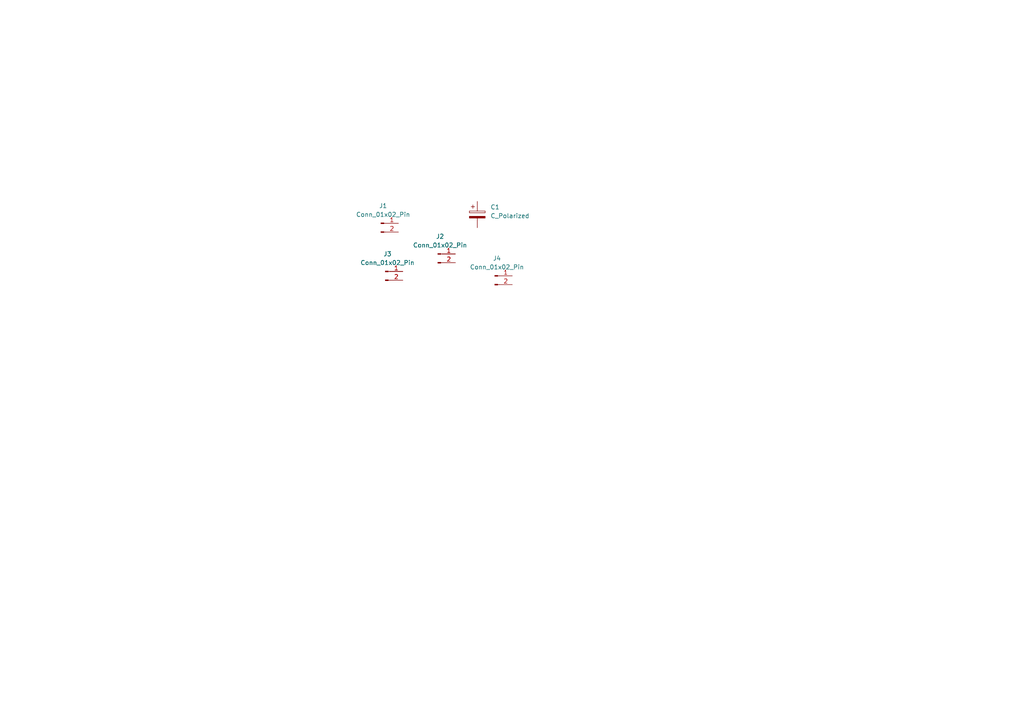
<source format=kicad_sch>
(kicad_sch (version 20231120) (generator "eeschema") (generator_version "8.0")
  (paper "A4")
  (lib_symbols
    (symbol "Connector:Conn_01x02_Pin" (pin_names (offset 1.016) hide)
      (property "Reference" "J" (at 0 2.54 0))
      (property "Value" "Conn_01x02_Pin" (at 0 -5.08 0))
      (symbol "Conn_01x02_Pin_1_1"
        (polyline (pts (xy 1.27 -2.54) (xy 0.8636 -2.54)) (stroke (width 0.1524)))
        (polyline (pts (xy 1.27 0) (xy 0.8636 0)) (stroke (width 0.1524)))
        (rectangle (start 0.8636 -2.413) (end 0 -2.667) (stroke (width 0.1524)) (fill (type outline)))
        (rectangle (start 0.8636 0.127) (end 0 -0.127) (stroke (width 0.1524)) (fill (type outline)))
        (pin passive line (at 5.08 0 180) (length 3.81) (name "Pin_1") (number "1"))
        (pin passive line (at 5.08 -2.54 180) (length 3.81) (name "Pin_2") (number "2"))
      )
    )
    (symbol "Device:C_Polarized" (pin_numbers hide) (pin_names (offset 0.254))
      (property "Reference" "C" (at 0.635 2.54 0))
      (property "Value" "C_Polarized" (at 0.635 -2.54 0))
      (symbol "C_Polarized_0_1"
        (rectangle (start -2.286 0.508) (end 2.286 1.016))
        (polyline (pts (xy -1.778 2.286) (xy -0.762 2.286)))
        (polyline (pts (xy -1.27 2.794) (xy -1.27 1.778)))
        (rectangle (start 2.286 -0.508) (end -2.286 -1.016) (fill (type outline)))
      )
      (symbol "C_Polarized_1_1"
        (pin passive line (at 0 3.81 270) (length 2.794) (name "~") (number "1"))
        (pin passive line (at 0 -3.81 90) (length 2.794) (name "~") (number "2"))
      )
    )
  )
  (symbol (lib_id "Connector:Conn_01x02_Pin") (at 127 73.66 0) (unit 1)
    (property "Reference" "J2" (at 127.635 68.58 0))
    (property "Value" "Conn_01x02_Pin" (at 127.635 71.12 0))
    (property "Footprint" "Connector_PinHeader_2.54mm:PinHeader_1x02_P2.54mm_Vertical" (effects (hide yes)))
    (property "Description" "Generic connector, single row, 01x02, script generated" (effects (hide yes)))
  )
  (symbol (lib_id "Connector:Conn_01x02_Pin") (at 110.49 64.77 0) (unit 1)
    (property "Reference" "J1" (at 111.125 59.69 0))
    (property "Value" "Conn_01x02_Pin" (at 111.125 62.23 0))
    (property "Footprint" "Connector_PinHeader_2.54mm:PinHeader_1x02_P2.54mm_Vertical" (effects (hide yes)))
    (property "Description" "Generic connector, single row, 01x02, script generated" (effects (hide yes)))
  )
  (symbol (lib_id "Device:C_Polarized") (at 138.43 62.23 0) (unit 1)
    (property "Reference" "C1" (at 142.24 60.0709 0) (effects (justify left)))
    (property "Value" "C_Polarized" (at 142.24 62.6109 0) (effects (justify left)))
    (property "Footprint" "Capacitor_THT:CP_Axial_L10.0mm_D4.5mm_P15.00mm_Horizontal" (effects (hide yes)))
    (property "Description" "Polarized capacitor" (effects (hide yes)))
  )
  (symbol (lib_id "Connector:Conn_01x02_Pin") (at 143.51 80.01 0) (unit 1)
    (property "Reference" "J4" (at 144.145 74.93 0))
    (property "Value" "Conn_01x02_Pin" (at 144.145 77.47 0))
    (property "Footprint" "Connector_PinHeader_2.54mm:PinHeader_1x02_P2.54mm_Vertical" (effects (hide yes)))
    (property "Description" "Generic connector, single row, 01x02, script generated" (effects (hide yes)))
  )
  (symbol (lib_id "Connector:Conn_01x02_Pin") (at 111.76 78.74 0) (unit 1)
    (property "Reference" "J3" (at 112.395 73.66 0))
    (property "Value" "Conn_01x02_Pin" (at 112.395 76.2 0))
    (property "Footprint" "Connector_PinHeader_2.54mm:PinHeader_1x02_P2.54mm_Vertical" (effects (hide yes)))
    (property "Description" "Generic connector, single row, 01x02, script generated" (effects (hide yes)))
  )
)
</source>
